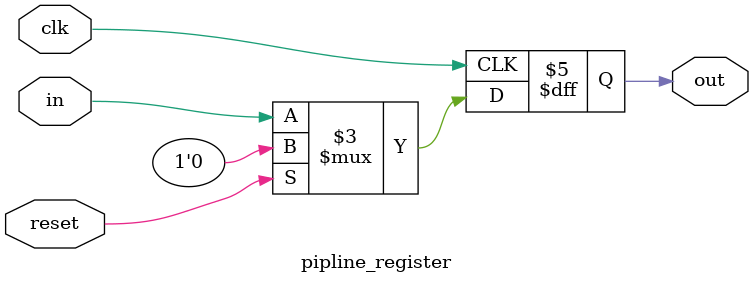
<source format=v>
`default_nettype none
`timescale 1ps/1ps
module pipline_register #(
    parameter WIDTH = 1
) (
    input  wire             clk, 
    input  wire             reset,
    input  wire [WIDTH-1:0] in,
    output reg  [WIDTH-1:0] out
); 

always @(posedge clk) begin
    if (reset) begin
        out <= {WIDTH{1'b0}};
    end else begin
        out <= in;
    end
end

endmodule
</source>
